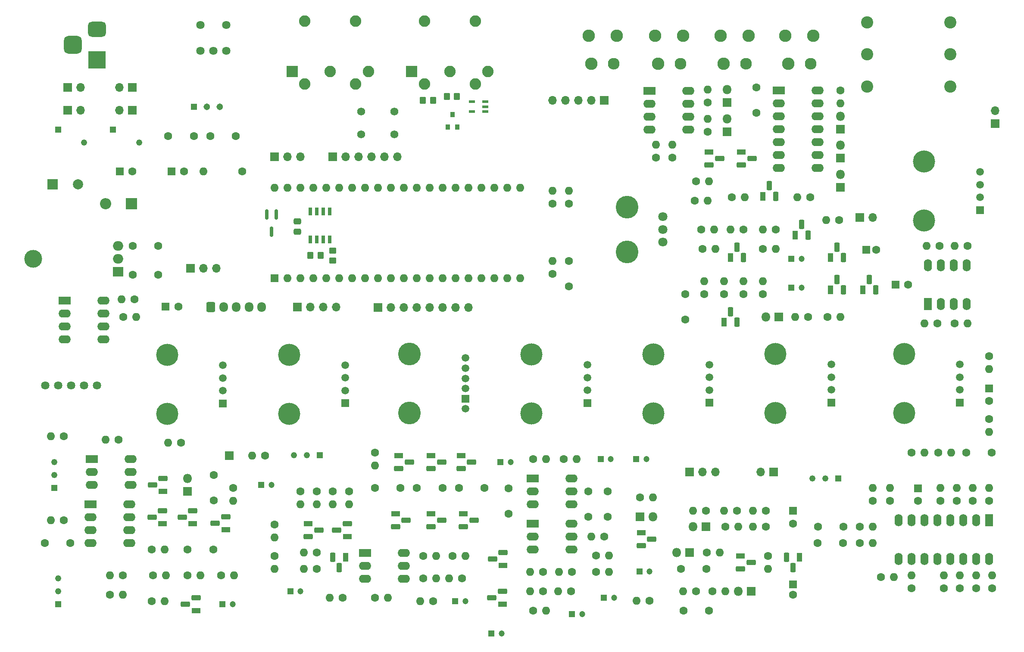
<source format=gbs>
%TF.GenerationSoftware,KiCad,Pcbnew,8.0.8*%
%TF.CreationDate,2025-04-29T10:44:01+09:00*%
%TF.ProjectId,mainBorad_R1,6d61696e-426f-4726-9164-5f52312e6b69,rev?*%
%TF.SameCoordinates,Original*%
%TF.FileFunction,Soldermask,Bot*%
%TF.FilePolarity,Negative*%
%FSLAX46Y46*%
G04 Gerber Fmt 4.6, Leading zero omitted, Abs format (unit mm)*
G04 Created by KiCad (PCBNEW 8.0.8) date 2025-04-29 10:44:01*
%MOMM*%
%LPD*%
G01*
G04 APERTURE LIST*
G04 Aperture macros list*
%AMRoundRect*
0 Rectangle with rounded corners*
0 $1 Rounding radius*
0 $2 $3 $4 $5 $6 $7 $8 $9 X,Y pos of 4 corners*
0 Add a 4 corners polygon primitive as box body*
4,1,4,$2,$3,$4,$5,$6,$7,$8,$9,$2,$3,0*
0 Add four circle primitives for the rounded corners*
1,1,$1+$1,$2,$3*
1,1,$1+$1,$4,$5*
1,1,$1+$1,$6,$7*
1,1,$1+$1,$8,$9*
0 Add four rect primitives between the rounded corners*
20,1,$1+$1,$2,$3,$4,$5,0*
20,1,$1+$1,$4,$5,$6,$7,0*
20,1,$1+$1,$6,$7,$8,$9,0*
20,1,$1+$1,$8,$9,$2,$3,0*%
G04 Aperture macros list end*
%ADD10R,0.950000X1.000000*%
%ADD11R,1.305000X1.305000*%
%ADD12C,1.305000*%
%ADD13R,1.150000X0.600000*%
%ADD14C,2.450000*%
%ADD15C,2.300000*%
%ADD16C,1.600000*%
%ADD17O,1.600000X1.600000*%
%ADD18R,1.600000X1.600000*%
%ADD19R,1.600000X2.400000*%
%ADD20O,1.600000X2.400000*%
%ADD21R,1.217000X1.217000*%
%ADD22C,1.217000*%
%ADD23R,1.800000X1.800000*%
%ADD24O,1.800000X1.800000*%
%ADD25C,1.800000*%
%ADD26C,4.455000*%
%ADD27R,1.100000X1.800000*%
%ADD28RoundRect,0.275000X-0.275000X-0.625000X0.275000X-0.625000X0.275000X0.625000X-0.275000X0.625000X0*%
%ADD29R,1.200000X1.200000*%
%ADD30C,1.200000*%
%ADD31R,2.400000X1.600000*%
%ADD32O,2.400000X1.600000*%
%ADD33R,1.700000X1.700000*%
%ADD34O,1.700000X1.700000*%
%ADD35R,1.800000X1.100000*%
%ADD36RoundRect,0.275000X-0.625000X0.275000X-0.625000X-0.275000X0.625000X-0.275000X0.625000X0.275000X0*%
%ADD37C,1.635000*%
%ADD38R,2.200000X2.200000*%
%ADD39O,2.200000X2.200000*%
%ADD40RoundRect,0.275000X0.625000X-0.275000X0.625000X0.275000X-0.625000X0.275000X-0.625000X-0.275000X0*%
%ADD41RoundRect,0.275000X0.275000X0.625000X-0.275000X0.625000X-0.275000X-0.625000X0.275000X-0.625000X0*%
%ADD42RoundRect,0.250000X-0.600000X-0.725000X0.600000X-0.725000X0.600000X0.725000X-0.600000X0.725000X0*%
%ADD43O,1.700000X1.950000*%
%ADD44R,2.250000X2.250000*%
%ADD45C,2.250000*%
%ADD46R,1.500000X1.500000*%
%ADD47C,1.500000*%
%ADD48C,4.350000*%
%ADD49C,2.400000*%
%ADD50C,1.575000*%
%ADD51C,3.500000*%
%ADD52R,2.000000X1.905000*%
%ADD53O,2.000000X1.905000*%
%ADD54R,3.500000X3.500000*%
%ADD55RoundRect,0.750000X-1.000000X0.750000X-1.000000X-0.750000X1.000000X-0.750000X1.000000X0.750000X0*%
%ADD56RoundRect,0.875000X-0.875000X0.875000X-0.875000X-0.875000X0.875000X-0.875000X0.875000X0.875000X0*%
%ADD57R,2.000000X2.000000*%
%ADD58C,2.000000*%
%ADD59RoundRect,0.250000X0.350000X0.450000X-0.350000X0.450000X-0.350000X-0.450000X0.350000X-0.450000X0*%
%ADD60RoundRect,0.250000X0.450000X-0.350000X0.450000X0.350000X-0.450000X0.350000X-0.450000X-0.350000X0*%
%ADD61RoundRect,0.250000X0.475000X-0.337500X0.475000X0.337500X-0.475000X0.337500X-0.475000X-0.337500X0*%
%ADD62RoundRect,0.250000X-0.350000X-0.450000X0.350000X-0.450000X0.350000X0.450000X-0.350000X0.450000X0*%
%ADD63RoundRect,0.175000X-0.175000X0.825000X-0.175000X-0.825000X0.175000X-0.825000X0.175000X0.825000X0*%
%ADD64R,0.650000X1.551000*%
G04 APERTURE END LIST*
D10*
%TO.C,Q4*%
X113345000Y-45205000D03*
X111445000Y-45205000D03*
X112395000Y-42805000D03*
%TD*%
D11*
%TO.C,PwIC1*%
X61595000Y-41275000D03*
D12*
X64135000Y-41275000D03*
X66675000Y-41275000D03*
%TD*%
D13*
%TO.C,IC3*%
X118805000Y-40265000D03*
X118805000Y-41215000D03*
X118805000Y-42165000D03*
X116205000Y-42165000D03*
X116205000Y-40265000D03*
%TD*%
D14*
%TO.C,DgJ13*%
X152770000Y-32805000D03*
X152220000Y-27305000D03*
X157720000Y-27305000D03*
D15*
X157170000Y-32805000D03*
%TD*%
D14*
%TO.C,DgJ12*%
X178350000Y-32805000D03*
X177800000Y-27305000D03*
X183300000Y-27305000D03*
D15*
X182750000Y-32805000D03*
%TD*%
D14*
%TO.C,DgJ11*%
X165650000Y-32805000D03*
X165100000Y-27305000D03*
X170600000Y-27305000D03*
D15*
X170050000Y-32805000D03*
%TD*%
D14*
%TO.C,DgJ9*%
X139700000Y-32805000D03*
X139150000Y-27305000D03*
X144650000Y-27305000D03*
D15*
X144100000Y-32805000D03*
%TD*%
D16*
%TO.C,R105*%
X69330000Y-116165000D03*
D17*
X69330000Y-118705000D03*
%TD*%
D16*
%TO.C,R26*%
X168275000Y-120650000D03*
D17*
X165735000Y-120650000D03*
%TD*%
D16*
%TO.C,R70*%
X77470000Y-123375000D03*
D17*
X77470000Y-125915000D03*
%TD*%
D16*
%TO.C,R45*%
X53340000Y-138430000D03*
D17*
X55880000Y-138430000D03*
%TD*%
D18*
%TO.C,C8*%
X217805000Y-96584900D03*
D16*
X217805000Y-99084900D03*
%TD*%
D19*
%TO.C,U1*%
X217790000Y-122555000D03*
D20*
X215250000Y-122555000D03*
X212710000Y-122555000D03*
X210170000Y-122555000D03*
X207630000Y-122555000D03*
X205090000Y-122555000D03*
X202550000Y-122555000D03*
X200010000Y-122555000D03*
X200010000Y-130175000D03*
X202550000Y-130175000D03*
X205090000Y-130175000D03*
X207630000Y-130175000D03*
X210170000Y-130175000D03*
X212710000Y-130175000D03*
X215250000Y-130175000D03*
X217790000Y-130175000D03*
%TD*%
D21*
%TO.C,TM4*%
X34925000Y-139065000D03*
D22*
X34925000Y-136525000D03*
X34925000Y-133985000D03*
%TD*%
D23*
%TO.C,D37*%
X176530000Y-82550000D03*
D24*
X173990000Y-82550000D03*
%TD*%
D21*
%TO.C,TM5*%
X34145000Y-116205000D03*
D22*
X34145000Y-113665000D03*
X34145000Y-111125000D03*
%TD*%
D16*
%TO.C,R22*%
X165960000Y-123825000D03*
D17*
X168500000Y-123825000D03*
%TD*%
D16*
%TO.C,R140*%
X167230000Y-59055000D03*
D17*
X169770000Y-59055000D03*
%TD*%
D16*
%TO.C,R73*%
X92075000Y-116840000D03*
D17*
X92075000Y-119380000D03*
%TD*%
D25*
%TO.C,VR1*%
X153685000Y-67865000D03*
X153685000Y-65365000D03*
X153685000Y-62865000D03*
D26*
X146685000Y-69765000D03*
X146685000Y-60965000D03*
%TD*%
D16*
%TO.C,R93*%
X162560000Y-46130000D03*
D17*
X162560000Y-43590000D03*
%TD*%
D16*
%TO.C,R109*%
X106680000Y-133985000D03*
D17*
X109220000Y-133985000D03*
%TD*%
D27*
%TO.C,Q38*%
X165735000Y-83585000D03*
D28*
X167005000Y-81515000D03*
X168275000Y-83585000D03*
%TD*%
D16*
%TO.C,R152*%
X182245000Y-82550000D03*
D17*
X179705000Y-82550000D03*
%TD*%
D29*
%TO.C,C23*%
X112935000Y-138430000D03*
D30*
X114935000Y-138430000D03*
%TD*%
D16*
%TO.C,C25*%
X139065000Y-116840000D03*
X139065000Y-121840000D03*
%TD*%
%TO.C,R64*%
X85725000Y-128905000D03*
D17*
X83185000Y-128905000D03*
%TD*%
D16*
%TO.C,R35*%
X66900000Y-133350000D03*
D17*
X69440000Y-133350000D03*
%TD*%
D16*
%TO.C,C34*%
X37320000Y-127000000D03*
X32320000Y-127000000D03*
%TD*%
D18*
%TO.C,C20*%
X179295000Y-135160000D03*
D16*
X179295000Y-137160000D03*
%TD*%
%TO.C,R13*%
X198345000Y-118745000D03*
D17*
X198345000Y-116205000D03*
%TD*%
D29*
%TO.C,C72*%
X178975000Y-71120000D03*
D30*
X180975000Y-71120000D03*
%TD*%
D31*
%TO.C,U2*%
X41275000Y-119380000D03*
D32*
X41275000Y-121920000D03*
X41275000Y-124460000D03*
X41275000Y-127000000D03*
X48895000Y-127000000D03*
X48895000Y-124460000D03*
X48895000Y-121920000D03*
X48895000Y-119380000D03*
%TD*%
D16*
%TO.C,R36*%
X53565000Y-133350000D03*
D17*
X56105000Y-133350000D03*
%TD*%
D16*
%TO.C,R14*%
X217790000Y-118745000D03*
D17*
X217790000Y-116205000D03*
%TD*%
D16*
%TO.C,R91*%
X160245000Y-55880000D03*
D17*
X162785000Y-55880000D03*
%TD*%
D16*
%TO.C,R10*%
X214615000Y-118745000D03*
D17*
X214615000Y-116205000D03*
%TD*%
D16*
%TO.C,DgC2*%
X135255000Y-76530000D03*
X135255000Y-71530000D03*
%TD*%
%TO.C,R138*%
X186055000Y-82550000D03*
D17*
X188595000Y-82550000D03*
%TD*%
D33*
%TO.C,J13*%
X68580000Y-109855000D03*
%TD*%
%TO.C,J8*%
X192405000Y-63000000D03*
D34*
X194945000Y-63000000D03*
%TD*%
D35*
%TO.C,Q10*%
X84055000Y-123190000D03*
D36*
X86125000Y-124460000D03*
X84055000Y-125730000D03*
%TD*%
D16*
%TO.C,C19*%
X105410000Y-116205000D03*
X110410000Y-116205000D03*
%TD*%
D21*
%TO.C,TM1*%
X188185000Y-114300000D03*
D22*
X185645000Y-114300000D03*
X183105000Y-114300000D03*
%TD*%
D16*
%TO.C,R103*%
X47625000Y-133350000D03*
D17*
X45085000Y-133350000D03*
%TD*%
D16*
%TO.C,R8*%
X196596000Y-133731000D03*
D17*
X199136000Y-133731000D03*
%TD*%
D35*
%TO.C,Q23*%
X114535000Y-121285000D03*
D36*
X116605000Y-122555000D03*
X114535000Y-123825000D03*
%TD*%
D37*
%TO.C,SW1*%
X34925000Y-96000000D03*
X37465000Y-96000000D03*
X40005000Y-96000000D03*
X32385000Y-96000000D03*
X42545000Y-96000000D03*
%TD*%
D16*
%TO.C,C26*%
X123432600Y-116285000D03*
X123432600Y-121285000D03*
%TD*%
%TO.C,DgR6*%
X135255000Y-60325000D03*
D17*
X135255000Y-57785000D03*
%TD*%
D18*
%TO.C,PwC6*%
X47030000Y-53975000D03*
D16*
X49530000Y-53975000D03*
%TD*%
D38*
%TO.C,PwD1*%
X49312200Y-60325000D03*
D39*
X44232200Y-60325000D03*
%TD*%
D16*
%TO.C,R114*%
X140560000Y-129460000D03*
D17*
X143100000Y-129460000D03*
%TD*%
D16*
%TO.C,PwC3*%
X69810000Y-46990000D03*
X64810000Y-46990000D03*
%TD*%
%TO.C,PwC9*%
X49570000Y-68580000D03*
X54570000Y-68580000D03*
%TD*%
D31*
%TO.C,IC12*%
X176530000Y-38005000D03*
D32*
X176530000Y-40545000D03*
X176530000Y-43085000D03*
X176530000Y-45625000D03*
X176530000Y-48165000D03*
X176530000Y-50705000D03*
X176530000Y-53245000D03*
X184150000Y-53245000D03*
X184150000Y-50705000D03*
X184150000Y-48165000D03*
X184150000Y-45625000D03*
X184150000Y-43085000D03*
X184150000Y-40545000D03*
X184150000Y-38005000D03*
%TD*%
D16*
%TO.C,R63*%
X85725000Y-116840000D03*
D17*
X85725000Y-119380000D03*
%TD*%
D31*
%TO.C,Q21*%
X128157600Y-123190000D03*
D32*
X128157600Y-125730000D03*
X128157600Y-128270000D03*
X135777600Y-128270000D03*
X135777600Y-125730000D03*
X135777600Y-123190000D03*
%TD*%
D16*
%TO.C,R111*%
X142240000Y-125730000D03*
D17*
X139700000Y-125730000D03*
%TD*%
D35*
%TO.C,Q30*%
X169145000Y-50165000D03*
D36*
X171215000Y-51435000D03*
X169145000Y-52705000D03*
%TD*%
D16*
%TO.C,C1*%
X184215000Y-123825000D03*
X189215000Y-123825000D03*
%TD*%
%TO.C,R25*%
X174360000Y-129540000D03*
D17*
X174360000Y-132080000D03*
%TD*%
D23*
%TO.C,D2*%
X162150000Y-123825000D03*
D24*
X159610000Y-123825000D03*
%TD*%
D16*
%TO.C,R16*%
X213545000Y-68580000D03*
D17*
X211005000Y-68580000D03*
%TD*%
D16*
%TO.C,R66*%
X135890000Y-132715000D03*
D17*
X133350000Y-132715000D03*
%TD*%
D16*
%TO.C,R100*%
X46765000Y-106680000D03*
D17*
X44225000Y-106680000D03*
%TD*%
D35*
%TO.C,Q18*%
X122205000Y-139065000D03*
D40*
X120135000Y-137795000D03*
X122205000Y-136525000D03*
%TD*%
D35*
%TO.C,Q8*%
X61995000Y-140335000D03*
D40*
X59925000Y-139065000D03*
X61995000Y-137795000D03*
%TD*%
D29*
%TO.C,C15*%
X120015000Y-144780000D03*
D30*
X122015000Y-144780000D03*
%TD*%
D27*
%TO.C,Q9*%
X91440000Y-129775000D03*
D41*
X90170000Y-131845000D03*
X88900000Y-129775000D03*
%TD*%
D33*
%TO.C,J12*%
X219000000Y-44540000D03*
D34*
X219000000Y-42000000D03*
%TD*%
D29*
%TO.C,C30*%
X141510000Y-110490000D03*
D30*
X143510000Y-110490000D03*
%TD*%
D16*
%TO.C,R150*%
X169545000Y-78105000D03*
D17*
X169545000Y-75565000D03*
%TD*%
D23*
%TO.C,D28*%
X188595000Y-51340000D03*
D24*
X188595000Y-48800000D03*
%TD*%
D16*
%TO.C,R98*%
X90805000Y-137795000D03*
D17*
X88265000Y-137795000D03*
%TD*%
D16*
%TO.C,C54*%
X158115000Y-83105000D03*
X158115000Y-78105000D03*
%TD*%
D42*
%TO.C,J14*%
X64930000Y-80645000D03*
D43*
X67430000Y-80645000D03*
X69930000Y-80645000D03*
X72430000Y-80645000D03*
X74930000Y-80645000D03*
%TD*%
D33*
%TO.C,PwJ2*%
X36830000Y-37465000D03*
D34*
X39370000Y-37465000D03*
%TD*%
D16*
%TO.C,C33*%
X65520000Y-118665000D03*
X65520000Y-113665000D03*
%TD*%
D29*
%TO.C,C14*%
X149130000Y-132635000D03*
D30*
X151130000Y-132635000D03*
%TD*%
D18*
%TO.C,C7*%
X56047000Y-80518000D03*
D16*
X58547000Y-80518000D03*
%TD*%
%TO.C,R92*%
X152400000Y-51210000D03*
D17*
X152400000Y-48670000D03*
%TD*%
D16*
%TO.C,R6*%
X218425000Y-135890000D03*
D17*
X218425000Y-133350000D03*
%TD*%
D33*
%TO.C,PwJ3*%
X49530000Y-37465000D03*
D34*
X46990000Y-37465000D03*
%TD*%
D16*
%TO.C,R31*%
X217805000Y-102587000D03*
D17*
X217805000Y-105127000D03*
%TD*%
D16*
%TO.C,R99*%
X135665000Y-136525000D03*
D17*
X133125000Y-136525000D03*
%TD*%
D16*
%TO.C,R113*%
X114300000Y-133985000D03*
D17*
X111760000Y-133985000D03*
%TD*%
D16*
%TO.C,R59*%
X155575000Y-51210000D03*
D17*
X155575000Y-48670000D03*
%TD*%
D31*
%TO.C,Q12*%
X95210000Y-128920000D03*
D32*
X95210000Y-131460000D03*
X95210000Y-134000000D03*
X102830000Y-134000000D03*
X102830000Y-131460000D03*
X102830000Y-128920000D03*
%TD*%
D16*
%TO.C,R28*%
X173990000Y-120650000D03*
D17*
X171450000Y-120650000D03*
%TD*%
D18*
%TO.C,C3*%
X179295000Y-120690000D03*
D16*
X179295000Y-123190000D03*
%TD*%
%TO.C,R34*%
X60325000Y-133350000D03*
D17*
X62865000Y-133350000D03*
%TD*%
D21*
%TO.C,PwF1*%
X34925000Y-45720000D03*
D22*
X40025000Y-48310000D03*
%TD*%
D35*
%TO.C,Q24*%
X55455000Y-123190000D03*
D40*
X53385000Y-121920000D03*
X55455000Y-120650000D03*
%TD*%
D23*
%TO.C,D26*%
X188595000Y-45625000D03*
D24*
X188595000Y-43085000D03*
%TD*%
D31*
%TO.C,U5*%
X36180000Y-79385000D03*
D32*
X36180000Y-81925000D03*
X36180000Y-84465000D03*
X36180000Y-87005000D03*
X43800000Y-87005000D03*
X43800000Y-84465000D03*
X43800000Y-81925000D03*
X43800000Y-79385000D03*
%TD*%
D16*
%TO.C,R139*%
X182655000Y-59055000D03*
D17*
X180115000Y-59055000D03*
%TD*%
D33*
%TO.C,AnPw1*%
X60960000Y-73025000D03*
D34*
X63500000Y-73025000D03*
X66040000Y-73025000D03*
%TD*%
D23*
%TO.C,D1*%
X158975000Y-128905000D03*
D24*
X156435000Y-128905000D03*
%TD*%
D16*
%TO.C,R142*%
X175895000Y-65405000D03*
D17*
X173355000Y-65405000D03*
%TD*%
D44*
%TO.C,DgJ1*%
X104380000Y-34290000D03*
D45*
X111880000Y-34290000D03*
X119380000Y-34290000D03*
X106880000Y-36790000D03*
X116880000Y-36790000D03*
X106880000Y-24390000D03*
X116880000Y-24390000D03*
%TD*%
D29*
%TO.C,C29*%
X142145000Y-137795000D03*
D30*
X144145000Y-137795000D03*
%TD*%
D18*
%TO.C,C4*%
X203820000Y-116245000D03*
D16*
X203820000Y-118745000D03*
%TD*%
D27*
%TO.C,Q35*%
X173355000Y-58820000D03*
D28*
X174625000Y-56750000D03*
X175895000Y-58820000D03*
%TD*%
D16*
%TO.C,R69*%
X97155000Y-137795000D03*
D17*
X99695000Y-137795000D03*
%TD*%
D35*
%TO.C,Q14*%
X108185000Y-109855000D03*
D36*
X110255000Y-111125000D03*
X108185000Y-112395000D03*
%TD*%
D29*
%TO.C,C13*%
X148495000Y-110490000D03*
D30*
X150495000Y-110490000D03*
%TD*%
D37*
%TO.C,PwS1*%
X62865000Y-30225000D03*
X65405000Y-30225000D03*
X67945000Y-30225000D03*
X67945000Y-25145000D03*
X62865000Y-25145000D03*
%TD*%
D35*
%TO.C,Q28*%
X67825000Y-124420000D03*
D40*
X65755000Y-123150000D03*
X67825000Y-121880000D03*
%TD*%
D16*
%TO.C,R46*%
X149225000Y-118030000D03*
D17*
X151765000Y-118030000D03*
%TD*%
D16*
%TO.C,R17*%
X207645000Y-83820000D03*
D17*
X205105000Y-83820000D03*
%TD*%
D23*
%TO.C,D29*%
X188595000Y-57055000D03*
D24*
X188595000Y-54515000D03*
%TD*%
D16*
%TO.C,R117*%
X188595000Y-38005000D03*
D17*
X188595000Y-40545000D03*
%TD*%
D33*
%TO.C,DgJ16*%
X142235000Y-40005000D03*
D34*
X139695000Y-40005000D03*
X137155000Y-40005000D03*
X134615000Y-40005000D03*
X132075000Y-40005000D03*
%TD*%
D16*
%TO.C,R61*%
X162150000Y-120650000D03*
D17*
X159610000Y-120650000D03*
%TD*%
D27*
%TO.C,Q39*%
X193040000Y-77235000D03*
D28*
X194310000Y-75165000D03*
X195580000Y-77235000D03*
%TD*%
D16*
%TO.C,R62*%
X75565000Y-109855000D03*
D17*
X73025000Y-109855000D03*
%TD*%
D46*
%TO.C,VR2*%
X67310000Y-99550000D03*
D47*
X67310000Y-97050000D03*
X67310000Y-94550000D03*
X67310000Y-92050000D03*
D48*
X56310000Y-101600000D03*
X56310000Y-90000000D03*
%TD*%
D46*
%TO.C,VR4*%
X114946700Y-98635000D03*
D47*
X114946700Y-100635000D03*
X114946700Y-90635000D03*
X114946700Y-96635000D03*
X114946700Y-94635000D03*
X114946700Y-92635000D03*
D26*
X103946700Y-101435000D03*
X103946700Y-89835000D03*
%TD*%
D16*
%TO.C,R24*%
X208055000Y-68580000D03*
D17*
X205515000Y-68580000D03*
%TD*%
D49*
%TO.C,J6*%
X210185000Y-30945000D03*
X193885000Y-30945000D03*
X210185000Y-24645000D03*
X193885000Y-24645000D03*
X210185000Y-37245000D03*
X193885000Y-37245000D03*
%TD*%
D16*
%TO.C,R18*%
X49911000Y-79121000D03*
D17*
X47371000Y-79121000D03*
%TD*%
D33*
%TO.C,PwJ4*%
X36825000Y-41910000D03*
D34*
X39365000Y-41910000D03*
%TD*%
D16*
%TO.C,R141*%
X160020000Y-59690000D03*
D17*
X162560000Y-59690000D03*
%TD*%
D16*
%TO.C,R71*%
X82550000Y-116840000D03*
D17*
X82550000Y-119380000D03*
%TD*%
D33*
%TO.C,J3*%
X175485000Y-113030000D03*
D34*
X172945000Y-113030000D03*
%TD*%
D29*
%TO.C,C55*%
X178975000Y-76835000D03*
D30*
X180975000Y-76835000D03*
%TD*%
D46*
%TO.C,VR8*%
X212090000Y-99380000D03*
D47*
X212090000Y-96880000D03*
X212090000Y-94380000D03*
X212090000Y-91880000D03*
D48*
X201090000Y-101430000D03*
X201090000Y-89830000D03*
%TD*%
D35*
%TO.C,Q11*%
X91725000Y-125730000D03*
D40*
X89655000Y-124460000D03*
X91725000Y-123190000D03*
%TD*%
D16*
%TO.C,R148*%
X161810000Y-78105000D03*
D17*
X161810000Y-75565000D03*
%TD*%
D16*
%TO.C,R151*%
X173355000Y-78105000D03*
D17*
X173355000Y-75565000D03*
%TD*%
D16*
%TO.C,R7*%
X202550000Y-135890000D03*
D17*
X202550000Y-133350000D03*
%TD*%
D46*
%TO.C,VR7*%
X186851700Y-99412500D03*
D47*
X186851700Y-96912500D03*
X186851700Y-94412500D03*
X186851700Y-91912500D03*
D48*
X175851700Y-101462500D03*
X175851700Y-89862500D03*
%TD*%
D29*
%TO.C,C17*%
X74835000Y-115570000D03*
D30*
X76835000Y-115570000D03*
%TD*%
D33*
%TO.C,DgPw1*%
X77470000Y-51060000D03*
D34*
X80010000Y-51060000D03*
X82550000Y-51060000D03*
%TD*%
D18*
%TO.C,PwC5*%
X57190000Y-53975000D03*
D16*
X59690000Y-53975000D03*
%TD*%
%TO.C,R144*%
X161515000Y-69215000D03*
D17*
X164055000Y-69215000D03*
%TD*%
D16*
%TO.C,R9*%
X211440000Y-118745000D03*
D17*
X211440000Y-116205000D03*
%TD*%
D16*
%TO.C,C5*%
X213345000Y-109220000D03*
X218345000Y-109220000D03*
%TD*%
D33*
%TO.C,DgJ2*%
X97790000Y-80665000D03*
D34*
X100330000Y-80665000D03*
X102870000Y-80665000D03*
X105410000Y-80665000D03*
X107950000Y-80665000D03*
X110490000Y-80665000D03*
X113030000Y-80665000D03*
X115570000Y-80665000D03*
%TD*%
D16*
%TO.C,R143*%
X169545000Y-65405000D03*
D17*
X167005000Y-65405000D03*
%TD*%
D16*
%TO.C,DgR7*%
X132080000Y-60325000D03*
D17*
X132080000Y-57785000D03*
%TD*%
D29*
%TO.C,C22*%
X135890000Y-140970000D03*
D30*
X137890000Y-140970000D03*
%TD*%
D16*
%TO.C,PwL1*%
X71120000Y-53975000D03*
D17*
X63500000Y-53975000D03*
%TD*%
D16*
%TO.C,R1*%
X215250000Y-135890000D03*
D17*
X215250000Y-133350000D03*
%TD*%
D31*
%TO.C,Q26*%
X41550000Y-110520000D03*
D32*
X41550000Y-113060000D03*
X41550000Y-115600000D03*
X49170000Y-115600000D03*
X49170000Y-113060000D03*
X49170000Y-110520000D03*
%TD*%
D16*
%TO.C,R104*%
X36050000Y-122555000D03*
D17*
X33510000Y-122555000D03*
%TD*%
D29*
%TO.C,C16*%
X80550000Y-136525000D03*
D30*
X82550000Y-136525000D03*
%TD*%
D16*
%TO.C,R94*%
X128270000Y-140335000D03*
D17*
X130810000Y-140335000D03*
%TD*%
D16*
%TO.C,C24*%
X113665000Y-116205000D03*
X118665000Y-116205000D03*
%TD*%
%TO.C,R5*%
X212075000Y-135890000D03*
D17*
X212075000Y-133350000D03*
%TD*%
D16*
%TO.C,R12*%
X194930000Y-118745000D03*
D17*
X194930000Y-116205000D03*
%TD*%
D16*
%TO.C,R11*%
X208265000Y-118745000D03*
D17*
X208265000Y-116205000D03*
%TD*%
D16*
%TO.C,R67*%
X130175000Y-136525000D03*
D17*
X127635000Y-136525000D03*
%TD*%
D16*
%TO.C,R68*%
X77470000Y-129540000D03*
D17*
X77470000Y-132080000D03*
%TD*%
D35*
%TO.C,Q17*%
X108185000Y-121285000D03*
D36*
X110255000Y-122555000D03*
X108185000Y-123825000D03*
%TD*%
D16*
%TO.C,R106*%
X36050000Y-106045000D03*
D17*
X33510000Y-106045000D03*
%TD*%
D23*
%TO.C,D24*%
X149225000Y-121840000D03*
D24*
X151765000Y-121840000D03*
%TD*%
D35*
%TO.C,Q13*%
X101835000Y-109855000D03*
D36*
X103905000Y-111125000D03*
X101835000Y-112395000D03*
%TD*%
D18*
%TO.C,C6*%
X199430000Y-76200000D03*
D16*
X201930000Y-76200000D03*
%TD*%
%TO.C,R30*%
X163420000Y-136525000D03*
D17*
X165960000Y-136525000D03*
%TD*%
D33*
%TO.C,PwJ5*%
X49530000Y-41910000D03*
D34*
X46990000Y-41910000D03*
%TD*%
D21*
%TO.C,TM3*%
X86360000Y-109710000D03*
D22*
X83820000Y-109710000D03*
X81280000Y-109710000D03*
%TD*%
D35*
%TO.C,Q20*%
X122320000Y-131445000D03*
D40*
X120250000Y-130175000D03*
X122320000Y-128905000D03*
%TD*%
D16*
%TO.C,R118*%
X59055000Y-107315000D03*
D17*
X56515000Y-107315000D03*
%TD*%
D27*
%TO.C,Q41*%
X186690000Y-77235000D03*
D28*
X187960000Y-75165000D03*
X189230000Y-77235000D03*
%TD*%
D31*
%TO.C,Q22*%
X128157600Y-114300000D03*
D32*
X128157600Y-116840000D03*
X128157600Y-119380000D03*
X135777600Y-119380000D03*
X135777600Y-116840000D03*
X135777600Y-114300000D03*
%TD*%
D16*
%TO.C,PwC4*%
X49610000Y-74295000D03*
X54610000Y-74295000D03*
%TD*%
%TO.C,C10*%
X60365000Y-128270000D03*
X65365000Y-128270000D03*
%TD*%
D35*
%TO.C,Q29*%
X162795000Y-50165000D03*
D36*
X164865000Y-51435000D03*
X162795000Y-52705000D03*
%TD*%
D18*
%TO.C,C62*%
X193635000Y-69380000D03*
D16*
X195635000Y-69380000D03*
%TD*%
D50*
%TO.C,DgS1*%
X100965000Y-46670000D03*
X94465000Y-46670000D03*
X100965000Y-42170000D03*
X94465000Y-42170000D03*
%TD*%
D16*
%TO.C,R29*%
X160245000Y-136525000D03*
D17*
X157705000Y-136525000D03*
%TD*%
D16*
%TO.C,R115*%
X134227600Y-110490000D03*
D17*
X136767600Y-110490000D03*
%TD*%
D16*
%TO.C,R32*%
X217805000Y-90297000D03*
D17*
X217805000Y-92837000D03*
%TD*%
D16*
%TO.C,R95*%
X128270000Y-110490000D03*
D17*
X130810000Y-110490000D03*
%TD*%
D16*
%TO.C,R4*%
X208900000Y-135890000D03*
D17*
X208900000Y-133350000D03*
%TD*%
D46*
%TO.C,VR3*%
X91278300Y-99522500D03*
D47*
X91278300Y-97022500D03*
X91278300Y-94522500D03*
X91278300Y-92022500D03*
D48*
X80278300Y-101572500D03*
X80278300Y-89972500D03*
%TD*%
D23*
%TO.C,D31*%
X166370000Y-40415000D03*
D24*
X166370000Y-37875000D03*
%TD*%
D16*
%TO.C,R2*%
X192390000Y-123825000D03*
D17*
X194930000Y-123825000D03*
%TD*%
D27*
%TO.C,Q37*%
X167005000Y-70885000D03*
D28*
X168275000Y-68815000D03*
X169545000Y-70885000D03*
%TD*%
D16*
%TO.C,R145*%
X173355000Y-69215000D03*
D17*
X175895000Y-69215000D03*
%TD*%
D35*
%TO.C,Q25*%
X61360000Y-123190000D03*
D40*
X59290000Y-121920000D03*
X61360000Y-120650000D03*
%TD*%
D16*
%TO.C,R97*%
X108585000Y-138430000D03*
D17*
X106045000Y-138430000D03*
%TD*%
D16*
%TO.C,R15*%
X207855000Y-109220000D03*
D17*
X210395000Y-109220000D03*
%TD*%
D16*
%TO.C,C21*%
X162745000Y-140335000D03*
X157745000Y-140335000D03*
%TD*%
%TO.C,C27*%
X142875000Y-116840000D03*
X142875000Y-121840000D03*
%TD*%
D51*
%TO.C,PwIC2*%
X30035000Y-71120000D03*
D52*
X46695000Y-73660000D03*
D53*
X46695000Y-71120000D03*
X46695000Y-68580000D03*
%TD*%
D16*
%TO.C,C2*%
X184135000Y-127000000D03*
X189135000Y-127000000D03*
%TD*%
D29*
%TO.C,C28*%
X121825000Y-111125000D03*
D30*
X123825000Y-111125000D03*
%TD*%
D16*
%TO.C,R102*%
X45085000Y-137160000D03*
D17*
X47625000Y-137160000D03*
%TD*%
D16*
%TO.C,R27*%
X173990000Y-123825000D03*
D17*
X171450000Y-123825000D03*
%TD*%
D16*
%TO.C,C18*%
X102155000Y-116205000D03*
X97155000Y-116205000D03*
%TD*%
%TO.C,C12*%
X157295000Y-132080000D03*
X162295000Y-132080000D03*
%TD*%
%TO.C,R146*%
X161290000Y-65405000D03*
D17*
X163830000Y-65405000D03*
%TD*%
D46*
%TO.C,VR5*%
X138915000Y-99495000D03*
D47*
X138915000Y-96995000D03*
X138915000Y-94495000D03*
X138915000Y-91995000D03*
D48*
X127915000Y-101545000D03*
X127915000Y-89945000D03*
%TD*%
D16*
%TO.C,R101*%
X53340000Y-128270000D03*
D17*
X55880000Y-128270000D03*
%TD*%
D16*
%TO.C,R107*%
X162560000Y-40415000D03*
D17*
X162560000Y-37875000D03*
%TD*%
D16*
%TO.C,R96*%
X151130000Y-138350000D03*
D17*
X148590000Y-138350000D03*
%TD*%
D16*
%TO.C,R108*%
X106680000Y-129540000D03*
D17*
X109220000Y-129540000D03*
%TD*%
D44*
%TO.C,DgJ8*%
X80885000Y-34290000D03*
D45*
X88385000Y-34290000D03*
X95885000Y-34290000D03*
X83385000Y-36790000D03*
X93385000Y-36790000D03*
X83385000Y-24390000D03*
X93385000Y-24390000D03*
%TD*%
D16*
%TO.C,R149*%
X165735000Y-78105000D03*
D17*
X165735000Y-75565000D03*
%TD*%
D21*
%TO.C,PwF2*%
X45710000Y-45695000D03*
D22*
X50810000Y-48285000D03*
%TD*%
D54*
%TO.C,PwJ1*%
X42545000Y-32035000D03*
D55*
X42545000Y-26035000D03*
D56*
X37845000Y-29035000D03*
%TD*%
D35*
%TO.C,Q15*%
X101200000Y-121285000D03*
D36*
X103270000Y-122555000D03*
X101200000Y-123825000D03*
%TD*%
D16*
%TO.C,R47*%
X97155000Y-109220000D03*
D17*
X97155000Y-111760000D03*
%TD*%
D16*
%TO.C,PwC1*%
X56555000Y-46990000D03*
X61555000Y-46990000D03*
%TD*%
D23*
%TO.C,D3*%
X171040000Y-136525000D03*
D24*
X168500000Y-136525000D03*
%TD*%
D16*
%TO.C,R72*%
X88900000Y-116840000D03*
D17*
X88900000Y-119380000D03*
%TD*%
D33*
%TO.C,DgJ3*%
X81915000Y-80645000D03*
D34*
X84455000Y-80645000D03*
X86995000Y-80645000D03*
X89535000Y-80645000D03*
%TD*%
D16*
%TO.C,R3*%
X192390000Y-127000000D03*
D17*
X194930000Y-127000000D03*
%TD*%
D16*
%TO.C,R20*%
X211045000Y-83820000D03*
D17*
X213585000Y-83820000D03*
%TD*%
D46*
%TO.C,VR9*%
X216000000Y-61550000D03*
D47*
X216000000Y-59050000D03*
X216000000Y-56550000D03*
X216000000Y-54050000D03*
D48*
X205000000Y-63600000D03*
X205000000Y-52000000D03*
%TD*%
D16*
%TO.C,R19*%
X47752000Y-82550000D03*
D17*
X50292000Y-82550000D03*
%TD*%
D23*
%TO.C,D32*%
X166370000Y-46130000D03*
D24*
X166370000Y-43590000D03*
%TD*%
D27*
%TO.C,Q2*%
X180565000Y-129775000D03*
D41*
X179295000Y-131845000D03*
X178025000Y-129775000D03*
%TD*%
D46*
%TO.C,VR6*%
X162883300Y-99440000D03*
D47*
X162883300Y-96940000D03*
X162883300Y-94440000D03*
X162883300Y-91940000D03*
D48*
X151883300Y-101490000D03*
X151883300Y-89890000D03*
%TD*%
D31*
%TO.C,U3*%
X151115000Y-38110000D03*
D32*
X151115000Y-40650000D03*
X151115000Y-43190000D03*
X151115000Y-45730000D03*
X158735000Y-45730000D03*
X158735000Y-43190000D03*
X158735000Y-40650000D03*
X158735000Y-38110000D03*
%TD*%
D16*
%TO.C,DgR5*%
X132080000Y-74070000D03*
D17*
X132080000Y-71530000D03*
%TD*%
D35*
%TO.C,Q27*%
X55530000Y-116840000D03*
D40*
X53460000Y-115570000D03*
X55530000Y-114300000D03*
%TD*%
D19*
%TO.C,U4*%
X205750000Y-80025000D03*
D20*
X208290000Y-80025000D03*
X210830000Y-80025000D03*
X213370000Y-80025000D03*
X213370000Y-72405000D03*
X210830000Y-72405000D03*
X208290000Y-72405000D03*
X205750000Y-72405000D03*
%TD*%
D35*
%TO.C,Q1*%
X168960000Y-129540000D03*
D36*
X171030000Y-130810000D03*
X168960000Y-132080000D03*
%TD*%
D16*
%TO.C,R110*%
X130175000Y-132715000D03*
D17*
X127635000Y-132715000D03*
%TD*%
D27*
%TO.C,Q40*%
X186690000Y-70885000D03*
D28*
X187960000Y-68815000D03*
X189230000Y-70885000D03*
%TD*%
D33*
%TO.C,J7*%
X158975000Y-113030000D03*
D34*
X161515000Y-113030000D03*
X164055000Y-113030000D03*
%TD*%
D16*
%TO.C,R147*%
X188370000Y-63500000D03*
D17*
X185830000Y-63500000D03*
%TD*%
D16*
%TO.C,R21*%
X162375000Y-128905000D03*
D17*
X164915000Y-128905000D03*
%TD*%
D16*
%TO.C,R116*%
X140560000Y-132715000D03*
D17*
X143100000Y-132715000D03*
%TD*%
D16*
%TO.C,C35*%
X172085000Y-37465000D03*
X172085000Y-42465000D03*
%TD*%
D18*
%TO.C,DgU1*%
X77470000Y-74950000D03*
D17*
X80010000Y-74950000D03*
X82550000Y-74950000D03*
X85090000Y-74950000D03*
X87630000Y-74950000D03*
X90170000Y-74950000D03*
X92710000Y-74950000D03*
X95250000Y-74950000D03*
X97790000Y-74950000D03*
X100330000Y-74950000D03*
X102870000Y-74950000D03*
X105410000Y-74950000D03*
X107950000Y-74950000D03*
X110490000Y-74950000D03*
X113030000Y-74950000D03*
X115570000Y-74950000D03*
X118110000Y-74950000D03*
X120650000Y-74950000D03*
X123190000Y-74950000D03*
X125730000Y-74950000D03*
X125730000Y-57150000D03*
X123190000Y-57150000D03*
X120650000Y-57150000D03*
X118110000Y-57150000D03*
X115570000Y-57150000D03*
X113030000Y-57150000D03*
X110490000Y-57150000D03*
X107950000Y-57150000D03*
X105410000Y-57150000D03*
X102870000Y-57150000D03*
X100330000Y-57150000D03*
X97790000Y-57150000D03*
X95250000Y-57150000D03*
X92710000Y-57150000D03*
X90170000Y-57150000D03*
X87630000Y-57150000D03*
X85090000Y-57150000D03*
X82550000Y-57150000D03*
X80010000Y-57150000D03*
X77470000Y-57150000D03*
%TD*%
D35*
%TO.C,Q16*%
X114060000Y-109855000D03*
D36*
X116130000Y-111125000D03*
X114060000Y-112395000D03*
%TD*%
D16*
%TO.C,R112*%
X112395000Y-129540000D03*
D17*
X114935000Y-129540000D03*
%TD*%
D16*
%TO.C,R23*%
X202550000Y-109220000D03*
D17*
X205090000Y-109220000D03*
%TD*%
D35*
%TO.C,Q19*%
X149460000Y-125015000D03*
D36*
X151530000Y-126285000D03*
X149460000Y-127555000D03*
%TD*%
D27*
%TO.C,Q36*%
X179705000Y-66440000D03*
D28*
X180975000Y-64370000D03*
X182245000Y-66440000D03*
%TD*%
D23*
%TO.C,D25*%
X60325000Y-116840000D03*
D24*
X60325000Y-114300000D03*
%TD*%
D33*
%TO.C,DgJ5*%
X88900000Y-51040000D03*
D34*
X91440000Y-51040000D03*
X93980000Y-51040000D03*
X96520000Y-51040000D03*
X99060000Y-51040000D03*
X101600000Y-51040000D03*
%TD*%
D29*
%TO.C,C11*%
X67215000Y-139065000D03*
D30*
X69215000Y-139065000D03*
%TD*%
D16*
%TO.C,R65*%
X85725000Y-132080000D03*
D17*
X83185000Y-132080000D03*
%TD*%
D57*
%TO.C,PwC2*%
X33827300Y-56515000D03*
D58*
X38827300Y-56515000D03*
%TD*%
D59*
%TO.C,DgR8*%
X108585000Y-40005000D03*
X106585000Y-40005000D03*
%TD*%
D60*
%TO.C,DgR1*%
X88900000Y-71485000D03*
X88900000Y-69485000D03*
%TD*%
D61*
%TO.C,DgC5*%
X81915000Y-65807500D03*
X81915000Y-63732500D03*
%TD*%
D62*
%TO.C,DgR2*%
X84455000Y-70485000D03*
X86455000Y-70485000D03*
%TD*%
D63*
%TO.C,DgU2*%
X75885000Y-62435000D03*
X77785000Y-62435000D03*
X76835000Y-65835000D03*
%TD*%
D64*
%TO.C,DgIC1*%
X84455000Y-61852500D03*
X85725000Y-61852500D03*
X86995000Y-61852500D03*
X88265000Y-61852500D03*
X88265000Y-67302500D03*
X86995000Y-67302500D03*
X85725000Y-67302500D03*
X84455000Y-67302500D03*
%TD*%
D62*
%TO.C,DgR9*%
X111284000Y-39243000D03*
X113284000Y-39243000D03*
%TD*%
M02*

</source>
